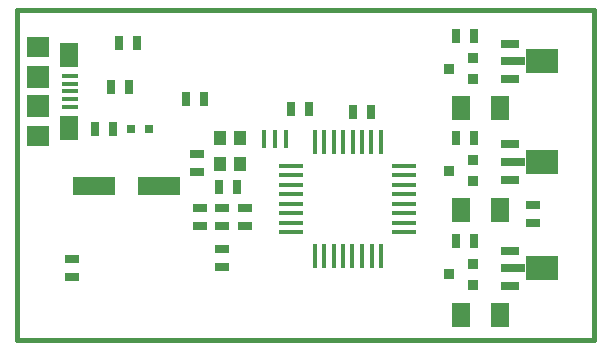
<source format=gtp>
G04 (created by PCBNEW-RS274X (2012-jan-04)-stable) date Mon 19 Nov 2012 12:49:27 AM CET*
G01*
G70*
G90*
%MOIN*%
G04 Gerber Fmt 3.4, Leading zero omitted, Abs format*
%FSLAX34Y34*%
G04 APERTURE LIST*
%ADD10C,0.006000*%
%ADD11C,0.015000*%
%ADD12R,0.074700X0.074700*%
%ADD13R,0.074700X0.074800*%
%ADD14R,0.074700X0.070700*%
%ADD15R,0.062900X0.082500*%
%ADD16R,0.053000X0.015700*%
%ADD17R,0.078700X0.017700*%
%ADD18R,0.017700X0.078700*%
%ADD19R,0.141700X0.063000*%
%ADD20R,0.031400X0.031400*%
%ADD21R,0.063000X0.027600*%
%ADD22R,0.082700X0.027600*%
%ADD23R,0.108300X0.078700*%
%ADD24R,0.043300X0.051200*%
%ADD25R,0.011800X0.063000*%
%ADD26R,0.036000X0.036000*%
%ADD27R,0.060000X0.080000*%
%ADD28R,0.045000X0.025000*%
%ADD29R,0.025000X0.045000*%
G04 APERTURE END LIST*
G54D10*
G54D11*
X08200Y-18050D02*
X27450Y-18050D01*
X08200Y-07050D02*
X27450Y-07050D01*
X08200Y-18050D02*
X08200Y-07050D01*
X27450Y-07050D02*
X27450Y-18050D01*
G54D12*
X08920Y-09278D03*
G54D13*
X08920Y-10222D03*
G54D14*
X08920Y-11246D03*
G54D15*
X09924Y-08530D03*
G54D16*
X09974Y-09239D03*
X09974Y-09495D03*
X09974Y-09750D03*
X09974Y-10005D03*
X09974Y-10261D03*
G54D15*
X09924Y-10970D03*
G54D14*
X08920Y-08254D03*
G54D17*
X17349Y-14440D03*
X17349Y-14125D03*
X17349Y-13810D03*
X17349Y-13495D03*
X17349Y-13180D03*
X17349Y-12865D03*
X17349Y-12550D03*
X17349Y-12235D03*
X21115Y-12237D03*
X21115Y-14447D03*
X21115Y-14127D03*
X21115Y-13807D03*
X21115Y-13497D03*
X21115Y-13177D03*
X21115Y-12867D03*
X21115Y-12547D03*
G54D18*
X18133Y-11447D03*
X18447Y-11447D03*
X18763Y-11447D03*
X19077Y-11447D03*
X19393Y-11447D03*
X19707Y-11447D03*
X20023Y-11447D03*
X20337Y-11447D03*
X18135Y-15227D03*
X18445Y-15227D03*
X18765Y-15227D03*
X19075Y-15227D03*
X19385Y-15227D03*
X19705Y-15227D03*
X20025Y-15227D03*
X20345Y-15227D03*
G54D19*
X10767Y-12900D03*
X12933Y-12900D03*
G54D20*
X12005Y-11000D03*
X12595Y-11000D03*
G54D21*
X24652Y-15059D03*
G54D22*
X24750Y-15650D03*
G54D21*
X24652Y-16241D03*
G54D23*
X25695Y-15650D03*
G54D24*
X15635Y-11317D03*
X15635Y-12183D03*
X14965Y-12183D03*
X14965Y-11317D03*
G54D25*
X16800Y-11350D03*
X17174Y-11350D03*
X16426Y-11350D03*
G54D26*
X23400Y-15500D03*
X23400Y-16200D03*
X22600Y-15850D03*
X23400Y-08650D03*
X23400Y-09350D03*
X22600Y-09000D03*
X23400Y-12050D03*
X23400Y-12750D03*
X22600Y-12400D03*
G54D27*
X24300Y-17200D03*
X23000Y-17200D03*
X24300Y-10300D03*
X23000Y-10300D03*
X24300Y-13700D03*
X23000Y-13700D03*
G54D28*
X15050Y-14250D03*
X15050Y-13650D03*
X15050Y-15000D03*
X15050Y-15600D03*
G54D29*
X20000Y-10450D03*
X19400Y-10450D03*
G54D28*
X10050Y-15950D03*
X10050Y-15350D03*
G54D29*
X17950Y-10350D03*
X17350Y-10350D03*
X15550Y-12950D03*
X14950Y-12950D03*
G54D28*
X25400Y-13550D03*
X25400Y-14150D03*
X14200Y-11850D03*
X14200Y-12450D03*
G54D29*
X11600Y-08150D03*
X12200Y-08150D03*
X22850Y-11300D03*
X23450Y-11300D03*
G54D28*
X14300Y-13650D03*
X14300Y-14250D03*
X15800Y-14250D03*
X15800Y-13650D03*
G54D29*
X13850Y-10000D03*
X14450Y-10000D03*
X11350Y-09600D03*
X11950Y-09600D03*
X22850Y-07900D03*
X23450Y-07900D03*
X22850Y-14750D03*
X23450Y-14750D03*
X10800Y-11000D03*
X11400Y-11000D03*
G54D21*
X24652Y-08159D03*
G54D22*
X24750Y-08750D03*
G54D21*
X24652Y-09341D03*
G54D23*
X25695Y-08750D03*
G54D21*
X24652Y-11509D03*
G54D22*
X24750Y-12100D03*
G54D21*
X24652Y-12691D03*
G54D23*
X25695Y-12100D03*
M02*

</source>
